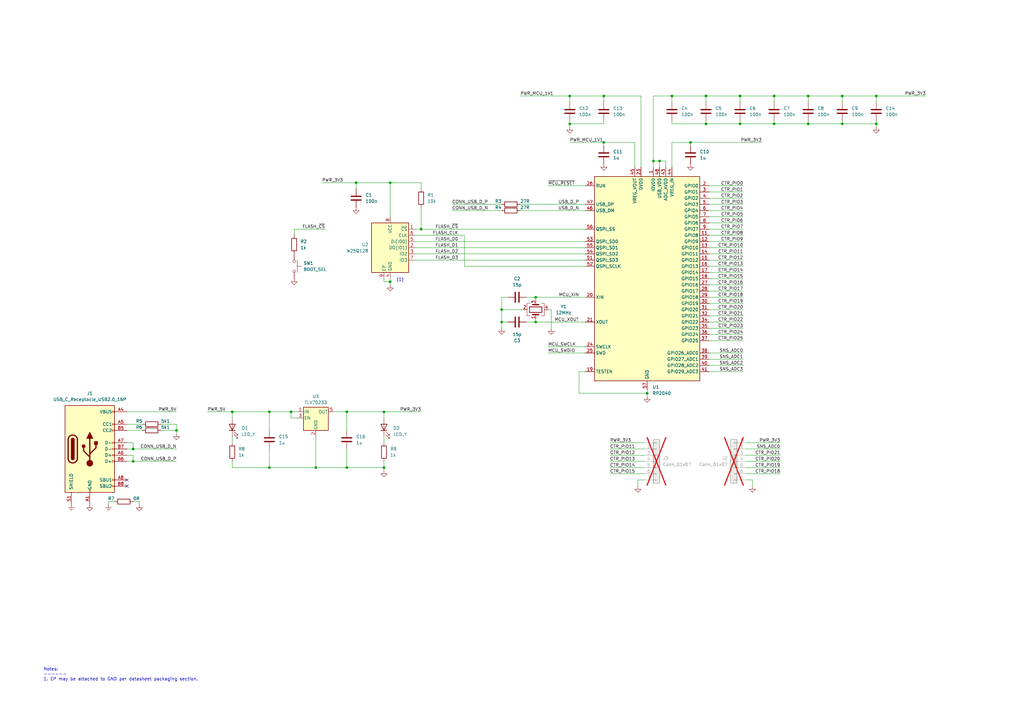
<source format=kicad_sch>
(kicad_sch (version 20230121) (generator eeschema)
  (paper "A3")
  (lib_symbols
    (symbol "Connector:USB_C_Receptacle_USB2.0_16P" (pin_names (offset 1.016))
      (property "Reference" "J" (at 0 22.225 0))
      (property "Value" "USB_C_Receptacle_USB2.0_16P" (at 0 19.685 0))
      (symbol "USB_C_Receptacle_USB2.0_16P_0_0"
        (rectangle (start -0.254 -17.78) (end 0.254 -16.764))
        (rectangle (start 10.16 -14.986) (end 9.144 -15.494))
        (rectangle (start 10.16 -12.446) (end 9.144 -12.954))
        (rectangle (start 10.16 -4.826) (end 9.144 -5.334))
        (rectangle (start 10.16 -2.286) (end 9.144 -2.794))
        (rectangle (start 10.16 0.254) (end 9.144 -0.254))
        (rectangle (start 10.16 2.794) (end 9.144 2.286))
        (rectangle (start 10.16 7.874) (end 9.144 7.366))
        (rectangle (start 10.16 10.414) (end 9.144 9.906))
        (rectangle (start 10.16 15.494) (end 9.144 14.986))
      )
      (symbol "USB_C_Receptacle_USB2.0_16P_0_1"
        (rectangle (start -10.16 17.78) (end 10.16 -17.78) (stroke (width 0.254)) (fill (type background)))
        (arc (start -8.89 -3.81) (mid -6.985 -5.7067) (end -5.08 -3.81) (stroke (width 0.508)))
        (arc (start -7.62 -3.81) (mid -6.985 -4.4423) (end -6.35 -3.81) (stroke (width 0.254)))
        (arc (start -7.62 -3.81) (mid -6.985 -4.4423) (end -6.35 -3.81) (stroke (width 0.254)) (fill (type outline)))
        (rectangle (start -7.62 -3.81) (end -6.35 3.81) (stroke (width 0.254)) (fill (type outline)))
        (arc (start -6.35 3.81) (mid -6.985 4.4423) (end -7.62 3.81) (stroke (width 0.254)))
        (arc (start -6.35 3.81) (mid -6.985 4.4423) (end -7.62 3.81) (stroke (width 0.254)) (fill (type outline)))
        (arc (start -5.08 3.81) (mid -6.985 5.7067) (end -8.89 3.81) (stroke (width 0.508)))
        (circle (center -2.54 1.143) (radius 0.635) (stroke (width 0.254)) (fill (type outline)))
        (circle (center 0 -5.842) (radius 1.27) (fill (type outline)))
        (polyline (pts (xy -8.89 -3.81) (xy -8.89 3.81)) (stroke (width 0.508)))
        (polyline (pts (xy -5.08 3.81) (xy -5.08 -3.81)) (stroke (width 0.508)))
        (polyline (pts (xy 0 -5.842) (xy 0 4.318)) (stroke (width 0.508)))
        (polyline (pts (xy 0 -3.302) (xy -2.54 -0.762) (xy -2.54 0.508)) (stroke (width 0.508)))
        (polyline (pts (xy 0 -2.032) (xy 2.54 0.508) (xy 2.54 1.778)) (stroke (width 0.508)))
        (polyline (pts (xy -1.27 4.318) (xy 0 6.858) (xy 1.27 4.318) (xy -1.27 4.318)) (stroke (width 0.254)) (fill (type outline)))
        (rectangle (start 1.905 1.778) (end 3.175 3.048) (stroke (width 0.254)) (fill (type outline)))
      )
      (symbol "USB_C_Receptacle_USB2.0_16P_1_1"
        (pin passive line (at 0 -22.86 90) (length 5.08) (name "GND") (number "A1"))
        (pin passive line (at 0 -22.86 90) (length 5.08) hide (name "GND") (number "A12"))
        (pin passive line (at 15.24 15.24 180) (length 5.08) (name "VBUS") (number "A4"))
        (pin bidirectional line (at 15.24 10.16 180) (length 5.08) (name "CC1") (number "A5"))
        (pin bidirectional line (at 15.24 -2.54 180) (length 5.08) (name "D+") (number "A6"))
        (pin bidirectional line (at 15.24 2.54 180) (length 5.08) (name "D-") (number "A7"))
        (pin bidirectional line (at 15.24 -12.7 180) (length 5.08) (name "SBU1") (number "A8"))
        (pin passive line (at 15.24 15.24 180) (length 5.08) hide (name "VBUS") (number "A9"))
        (pin passive line (at 0 -22.86 90) (length 5.08) hide (name "GND") (number "B1"))
        (pin passive line (at 0 -22.86 90) (length 5.08) hide (name "GND") (number "B12"))
        (pin passive line (at 15.24 15.24 180) (length 5.08) hide (name "VBUS") (number "B4"))
        (pin bidirectional line (at 15.24 7.62 180) (length 5.08) (name "CC2") (number "B5"))
        (pin bidirectional line (at 15.24 -5.08 180) (length 5.08) (name "D+") (number "B6"))
        (pin bidirectional line (at 15.24 0 180) (length 5.08) (name "D-") (number "B7"))
        (pin bidirectional line (at 15.24 -15.24 180) (length 5.08) (name "SBU2") (number "B8"))
        (pin passive line (at 15.24 15.24 180) (length 5.08) hide (name "VBUS") (number "B9"))
        (pin passive line (at -7.62 -22.86 90) (length 5.08) (name "SHIELD") (number "S1"))
      )
    )
    (symbol "Connector_Generic:Conn_01x07" (pin_names (offset 1.016) hide)
      (property "Reference" "J" (at 0 10.16 0))
      (property "Value" "Conn_01x07" (at 0 -10.16 0))
      (symbol "Conn_01x07_1_1"
        (rectangle (start -1.27 -7.493) (end 0 -7.747) (stroke (width 0.1524)))
        (rectangle (start -1.27 -4.953) (end 0 -5.207) (stroke (width 0.1524)))
        (rectangle (start -1.27 -2.413) (end 0 -2.667) (stroke (width 0.1524)))
        (rectangle (start -1.27 0.127) (end 0 -0.127) (stroke (width 0.1524)))
        (rectangle (start -1.27 2.667) (end 0 2.413) (stroke (width 0.1524)))
        (rectangle (start -1.27 5.207) (end 0 4.953) (stroke (width 0.1524)))
        (rectangle (start -1.27 7.747) (end 0 7.493) (stroke (width 0.1524)))
        (rectangle (start -1.27 8.89) (end 1.27 -8.89) (stroke (width 0.254)) (fill (type background)))
        (pin passive line (at -5.08 7.62 0) (length 3.81) (name "Pin_1") (number "1"))
        (pin passive line (at -5.08 5.08 0) (length 3.81) (name "Pin_2") (number "2"))
        (pin passive line (at -5.08 2.54 0) (length 3.81) (name "Pin_3") (number "3"))
        (pin passive line (at -5.08 0 0) (length 3.81) (name "Pin_4") (number "4"))
        (pin passive line (at -5.08 -2.54 0) (length 3.81) (name "Pin_5") (number "5"))
        (pin passive line (at -5.08 -5.08 0) (length 3.81) (name "Pin_6") (number "6"))
        (pin passive line (at -5.08 -7.62 0) (length 3.81) (name "Pin_7") (number "7"))
      )
    )
    (symbol "Device:C" (pin_numbers hide) (pin_names (offset 0.254))
      (property "Reference" "C" (at 0.635 2.54 0))
      (property "Value" "C" (at 0.635 -2.54 0))
      (symbol "C_0_1"
        (polyline (pts (xy -2.032 -0.762) (xy 2.032 -0.762)) (stroke (width 0.508)))
        (polyline (pts (xy -2.032 0.762) (xy 2.032 0.762)) (stroke (width 0.508)))
      )
      (symbol "C_1_1"
        (pin passive line (at 0 3.81 270) (length 2.794) (name "~") (number "1"))
        (pin passive line (at 0 -3.81 90) (length 2.794) (name "~") (number "2"))
      )
    )
    (symbol "Device:Crystal_GND24" (pin_names (offset 1.016) hide)
      (property "Reference" "Y" (at 3.175 5.08 0))
      (property "Value" "Crystal_GND24" (at 3.175 3.175 0))
      (symbol "Crystal_GND24_0_1"
        (rectangle (start -1.143 2.54) (end 1.143 -2.54) (stroke (width 0.3048)))
        (polyline (pts (xy -2.54 0) (xy -2.032 0)))
        (polyline (pts (xy -2.032 -1.27) (xy -2.032 1.27)) (stroke (width 0.508)))
        (polyline (pts (xy 0 -3.81) (xy 0 -3.556)))
        (polyline (pts (xy 0 3.556) (xy 0 3.81)))
        (polyline (pts (xy 2.032 -1.27) (xy 2.032 1.27)) (stroke (width 0.508)))
        (polyline (pts (xy 2.032 0) (xy 2.54 0)))
        (polyline (pts (xy -2.54 -2.286) (xy -2.54 -3.556) (xy 2.54 -3.556) (xy 2.54 -2.286)))
        (polyline (pts (xy -2.54 2.286) (xy -2.54 3.556) (xy 2.54 3.556) (xy 2.54 2.286)))
      )
      (symbol "Crystal_GND24_1_1"
        (pin passive line (at -3.81 0 0) (length 1.27) (name "1") (number "1"))
        (pin passive line (at 0 5.08 270) (length 1.27) (name "2") (number "2"))
        (pin passive line (at 3.81 0 180) (length 1.27) (name "3") (number "3"))
        (pin passive line (at 0 -5.08 90) (length 1.27) (name "4") (number "4"))
      )
    )
    (symbol "Device:LED" (pin_numbers hide) (pin_names (offset 1.016) hide)
      (property "Reference" "D" (at 0 2.54 0))
      (property "Value" "LED" (at 0 -2.54 0))
      (symbol "LED_0_1"
        (polyline (pts (xy -1.27 -1.27) (xy -1.27 1.27)) (stroke (width 0.254)))
        (polyline (pts (xy -1.27 0) (xy 1.27 0)))
        (polyline (pts (xy 1.27 -1.27) (xy 1.27 1.27) (xy -1.27 0) (xy 1.27 -1.27)) (stroke (width 0.254)))
        (polyline (pts (xy -3.048 -0.762) (xy -4.572 -2.286) (xy -3.81 -2.286) (xy -4.572 -2.286) (xy -4.572 -1.524)))
        (polyline (pts (xy -1.778 -0.762) (xy -3.302 -2.286) (xy -2.54 -2.286) (xy -3.302 -2.286) (xy -3.302 -1.524)))
      )
      (symbol "LED_1_1"
        (pin passive line (at -3.81 0 0) (length 2.54) (name "K") (number "1"))
        (pin passive line (at 3.81 0 180) (length 2.54) (name "A") (number "2"))
      )
    )
    (symbol "Device:R" (pin_numbers hide) (pin_names (offset 0))
      (property "Reference" "R" (at 2.032 0 90))
      (property "Value" "R" (at 0 0 90))
      (symbol "R_0_1"
        (rectangle (start -1.016 -2.54) (end 1.016 2.54) (stroke (width 0.254)))
      )
      (symbol "R_1_1"
        (pin passive line (at 0 3.81 270) (length 1.27) (name "~") (number "1"))
        (pin passive line (at 0 -3.81 90) (length 1.27) (name "~") (number "2"))
      )
    )
    (symbol "MCU_RaspberryPi:RP2040"
      (property "Reference" "U" (at 17.78 45.72 0))
      (property "Value" "RP2040" (at 17.78 43.18 0))
      (symbol "RP2040_0_1"
        (rectangle (start -21.59 41.91) (end 21.59 -41.91) (stroke (width 0.254)) (fill (type background)))
      )
      (symbol "RP2040_1_1"
        (pin power_in line (at 2.54 45.72 270) (length 3.81) (name "IOVDD") (number "1"))
        (pin passive line (at 2.54 45.72 270) (length 3.81) hide (name "IOVDD") (number "10"))
        (pin bidirectional line (at 25.4 17.78 180) (length 3.81) (name "GPIO8") (number "11"))
        (pin bidirectional line (at 25.4 15.24 180) (length 3.81) (name "GPIO9") (number "12"))
        (pin bidirectional line (at 25.4 12.7 180) (length 3.81) (name "GPIO10") (number "13"))
        (pin bidirectional line (at 25.4 10.16 180) (length 3.81) (name "GPIO11") (number "14"))
        (pin bidirectional line (at 25.4 7.62 180) (length 3.81) (name "GPIO12") (number "15"))
        (pin bidirectional line (at 25.4 5.08 180) (length 3.81) (name "GPIO13") (number "16"))
        (pin bidirectional line (at 25.4 2.54 180) (length 3.81) (name "GPIO14") (number "17"))
        (pin bidirectional line (at 25.4 0 180) (length 3.81) (name "GPIO15") (number "18"))
        (pin input line (at -25.4 -38.1 0) (length 3.81) (name "TESTEN") (number "19"))
        (pin bidirectional line (at 25.4 38.1 180) (length 3.81) (name "GPIO0") (number "2"))
        (pin input line (at -25.4 -7.62 0) (length 3.81) (name "XIN") (number "20"))
        (pin passive line (at -25.4 -17.78 0) (length 3.81) (name "XOUT") (number "21"))
        (pin passive line (at 2.54 45.72 270) (length 3.81) hide (name "IOVDD") (number "22"))
        (pin power_in line (at -2.54 45.72 270) (length 3.81) (name "DVDD") (number "23"))
        (pin input line (at -25.4 -27.94 0) (length 3.81) (name "SWCLK") (number "24"))
        (pin bidirectional line (at -25.4 -30.48 0) (length 3.81) (name "SWD") (number "25"))
        (pin input line (at -25.4 38.1 0) (length 3.81) (name "RUN") (number "26"))
        (pin bidirectional line (at 25.4 -2.54 180) (length 3.81) (name "GPIO16") (number "27"))
        (pin bidirectional line (at 25.4 -5.08 180) (length 3.81) (name "GPIO17") (number "28"))
        (pin bidirectional line (at 25.4 -7.62 180) (length 3.81) (name "GPIO18") (number "29"))
        (pin bidirectional line (at 25.4 35.56 180) (length 3.81) (name "GPIO1") (number "3"))
        (pin bidirectional line (at 25.4 -10.16 180) (length 3.81) (name "GPIO19") (number "30"))
        (pin bidirectional line (at 25.4 -12.7 180) (length 3.81) (name "GPIO20") (number "31"))
        (pin bidirectional line (at 25.4 -15.24 180) (length 3.81) (name "GPIO21") (number "32"))
        (pin passive line (at 2.54 45.72 270) (length 3.81) hide (name "IOVDD") (number "33"))
        (pin bidirectional line (at 25.4 -17.78 180) (length 3.81) (name "GPIO22") (number "34"))
        (pin bidirectional line (at 25.4 -20.32 180) (length 3.81) (name "GPIO23") (number "35"))
        (pin bidirectional line (at 25.4 -22.86 180) (length 3.81) (name "GPIO24") (number "36"))
        (pin bidirectional line (at 25.4 -25.4 180) (length 3.81) (name "GPIO25") (number "37"))
        (pin bidirectional line (at 25.4 -30.48 180) (length 3.81) (name "GPIO26_ADC0") (number "38"))
        (pin bidirectional line (at 25.4 -33.02 180) (length 3.81) (name "GPIO27_ADC1") (number "39"))
        (pin bidirectional line (at 25.4 33.02 180) (length 3.81) (name "GPIO2") (number "4"))
        (pin bidirectional line (at 25.4 -35.56 180) (length 3.81) (name "GPIO28_ADC2") (number "40"))
        (pin bidirectional line (at 25.4 -38.1 180) (length 3.81) (name "GPIO29_ADC3") (number "41"))
        (pin passive line (at 2.54 45.72 270) (length 3.81) hide (name "IOVDD") (number "42"))
        (pin power_in line (at 7.62 45.72 270) (length 3.81) (name "ADC_AVDD") (number "43"))
        (pin power_in line (at 10.16 45.72 270) (length 3.81) (name "VREG_IN") (number "44"))
        (pin power_out line (at -5.08 45.72 270) (length 3.81) (name "VREG_VOUT") (number "45"))
        (pin bidirectional line (at -25.4 27.94 0) (length 3.81) (name "USB_DM") (number "46"))
        (pin bidirectional line (at -25.4 30.48 0) (length 3.81) (name "USB_DP") (number "47"))
        (pin power_in line (at 5.08 45.72 270) (length 3.81) (name "USB_VDD") (number "48"))
        (pin passive line (at 2.54 45.72 270) (length 3.81) hide (name "IOVDD") (number "49"))
        (pin bidirectional line (at 25.4 30.48 180) (length 3.81) (name "GPIO3") (number "5"))
        (pin passive line (at -2.54 45.72 270) (length 3.81) hide (name "DVDD") (number "50"))
        (pin bidirectional line (at -25.4 7.62 0) (length 3.81) (name "QSPI_SD3") (number "51"))
        (pin output line (at -25.4 5.08 0) (length 3.81) (name "QSPI_SCLK") (number "52"))
        (pin bidirectional line (at -25.4 15.24 0) (length 3.81) (name "QSPI_SD0") (number "53"))
        (pin bidirectional line (at -25.4 10.16 0) (length 3.81) (name "QSPI_SD2") (number "54"))
        (pin bidirectional line (at -25.4 12.7 0) (length 3.81) (name "QSPI_SD1") (number "55"))
        (pin bidirectional line (at -25.4 20.32 0) (length 3.81) (name "QSPI_SS") (number "56"))
        (pin power_in line (at 0 -45.72 90) (length 3.81) (name "GND") (number "57"))
        (pin bidirectional line (at 25.4 27.94 180) (length 3.81) (name "GPIO4") (number "6"))
        (pin bidirectional line (at 25.4 25.4 180) (length 3.81) (name "GPIO5") (number "7"))
        (pin bidirectional line (at 25.4 22.86 180) (length 3.81) (name "GPIO6") (number "8"))
        (pin bidirectional line (at 25.4 20.32 180) (length 3.81) (name "GPIO7") (number "9"))
      )
    )
    (symbol "Memory_Flash:W25Q32JVZP"
      (property "Reference" "U" (at -6.35 11.43 0))
      (property "Value" "W25Q32JVZP" (at 7.62 11.43 0))
      (symbol "W25Q32JVZP_0_1"
        (rectangle (start -7.62 10.16) (end 7.62 -10.16) (stroke (width 0.254)) (fill (type background)))
      )
      (symbol "W25Q32JVZP_1_1"
        (pin input line (at -10.16 7.62 0) (length 2.54) (name "~{CS}") (number "1"))
        (pin bidirectional line (at -10.16 0 0) (length 2.54) (name "DO(IO1)") (number "2"))
        (pin bidirectional line (at -10.16 -2.54 0) (length 2.54) (name "IO2") (number "3"))
        (pin power_in line (at 0 -12.7 90) (length 2.54) (name "GND") (number "4"))
        (pin bidirectional line (at -10.16 2.54 0) (length 2.54) (name "DI(IO0)") (number "5"))
        (pin input line (at -10.16 5.08 0) (length 2.54) (name "CLK") (number "6"))
        (pin bidirectional line (at -10.16 -5.08 0) (length 2.54) (name "IO3") (number "7"))
        (pin power_in line (at 0 12.7 270) (length 2.54) (name "VCC") (number "8"))
        (pin passive line (at 2.54 -12.7 90) (length 2.54) (name "EP") (number "9"))
      )
    )
    (symbol "Regulator_Linear:TLV70233_SOT23-5" (pin_names (offset 0.254))
      (property "Reference" "U" (at -3.81 5.715 0))
      (property "Value" "TLV70233_SOT23-5" (at 0 5.715 0))
      (symbol "TLV70233_SOT23-5_0_1"
        (rectangle (start -5.08 4.445) (end 5.08 -5.08) (stroke (width 0.254)) (fill (type background)))
      )
      (symbol "TLV70233_SOT23-5_1_1"
        (pin power_in line (at -7.62 2.54 0) (length 2.54) (name "IN") (number "1"))
        (pin power_in line (at 0 -7.62 90) (length 2.54) (name "GND") (number "2"))
        (pin input line (at -7.62 0 0) (length 2.54) (name "EN") (number "3"))
        (pin no_connect line (at 5.08 0 180) (length 2.54) hide (name "NC") (number "4"))
        (pin power_out line (at 7.62 2.54 180) (length 2.54) (name "OUT") (number "5"))
      )
    )
    (symbol "Switch:SW_Push" (pin_numbers hide) (pin_names (offset 1.016) hide)
      (property "Reference" "SW" (at 1.27 2.54 0))
      (property "Value" "SW_Push" (at 0 -1.524 0))
      (symbol "SW_Push_0_1"
        (circle (center -2.032 0) (radius 0.508))
        (polyline (pts (xy 0 1.27) (xy 0 3.048)))
        (polyline (pts (xy 2.54 1.27) (xy -2.54 1.27)))
        (circle (center 2.032 0) (radius 0.508))
        (pin passive line (at -5.08 0 0) (length 2.54) (name "1") (number "1"))
        (pin passive line (at 5.08 0 180) (length 2.54) (name "2") (number "2"))
      )
    )
    (symbol "power:Earth" (power) (pin_names (offset 0))
      (symbol "Earth_0_1"
        (polyline (pts (xy -0.635 -1.905) (xy 0.635 -1.905)))
        (polyline (pts (xy -0.127 -2.54) (xy 0.127 -2.54)))
        (polyline (pts (xy 0 -1.27) (xy 0 0)))
        (polyline (pts (xy 1.27 -1.27) (xy -1.27 -1.27)))
      )
      (symbol "Earth_1_1"
        (pin power_in line (at 0 0 270) (length 0) hide (name "Earth") (number "1"))
      )
    )
    (symbol "power:GND" (power) (pin_names (offset 0))
      (property "Value" "GND" (at 0 -3.81 0))
      (symbol "GND_0_1"
        (polyline (pts (xy 0 0) (xy 0 -1.27) (xy 1.27 -1.27) (xy 0 -2.54) (xy -1.27 -1.27) (xy 0 -1.27)))
      )
      (symbol "GND_1_1"
        (pin power_in line (at 0 0 270) (length 0) hide (name "GND") (number "1"))
      )
    )
  )
  (junction (at 205.74 132.08))
  (junction (at 219.71 121.92))
  (junction (at 317.5 50.8))
  (junction (at 283.21 58.42))
  (junction (at 205.74 127))
  (junction (at 345.44 50.8))
  (junction (at 110.49 168.91))
  (junction (at 219.71 132.08))
  (junction (at 289.56 39.37))
  (junction (at 233.68 50.8))
  (junction (at 160.02 115.57))
  (junction (at 345.44 39.37))
  (junction (at 142.24 168.91))
  (junction (at 270.51 66.04))
  (junction (at 110.49 191.77))
  (junction (at 119.38 168.91))
  (junction (at 129.54 191.77))
  (junction (at 160.02 74.93))
  (junction (at 289.56 50.8))
  (junction (at 95.25 168.91))
  (junction (at 172.72 93.98))
  (junction (at 54.61 184.15))
  (junction (at 275.59 39.37))
  (junction (at 265.43 161.29))
  (junction (at 359.41 50.8))
  (junction (at 72.39 176.53))
  (junction (at 267.97 66.04))
  (junction (at 157.48 168.91))
  (junction (at 54.61 189.23))
  (junction (at 331.47 50.8))
  (junction (at 146.05 74.93))
  (junction (at 157.48 191.77))
  (junction (at 359.41 39.37))
  (junction (at 317.5 39.37))
  (junction (at 303.53 50.8))
  (junction (at 303.53 39.37))
  (junction (at 247.65 58.42))
  (junction (at 247.65 39.37))
  (junction (at 233.68 39.37))
  (junction (at 331.47 39.37))
  (junction (at 142.24 191.77))
  (no_connect (at 52.07 196.85))
  (no_connect (at 52.07 199.39))
  (wire (pts (xy 290.83 93.98) (xy 304.8 93.98)))
  (wire (pts (xy 170.18 99.06) (xy 240.03 99.06)))
  (wire (pts (xy 52.07 189.23) (xy 54.61 189.23)))
  (wire (pts (xy 142.24 168.91) (xy 157.48 168.91)))
  (wire (pts (xy 303.53 39.37) (xy 317.5 39.37)))
  (wire (pts (xy 290.83 104.14) (xy 304.8 104.14)))
  (wire (pts (xy 172.72 74.93) (xy 172.72 77.47)))
  (wire (pts (xy 267.97 66.04) (xy 267.97 39.37)))
  (wire (pts (xy 146.05 74.93) (xy 160.02 74.93)))
  (wire (pts (xy 290.83 99.06) (xy 304.8 99.06)))
  (wire (pts (xy 233.68 58.42) (xy 247.65 58.42)))
  (wire (pts (xy 290.83 78.74) (xy 304.8 78.74)))
  (wire (pts (xy 66.04 173.99) (xy 72.39 173.99)))
  (wire (pts (xy 213.36 83.82) (xy 240.03 83.82)))
  (wire (pts (xy 250.19 181.61) (xy 264.16 181.61)))
  (wire (pts (xy 306.07 194.31) (xy 320.04 194.31)))
  (wire (pts (xy 52.07 186.69) (xy 54.61 186.69)))
  (wire (pts (xy 224.79 144.78) (xy 240.03 144.78)))
  (wire (pts (xy 157.48 191.77) (xy 157.48 193.04)))
  (wire (pts (xy 85.09 168.91) (xy 95.25 168.91)))
  (wire (pts (xy 170.18 104.14) (xy 240.03 104.14)))
  (wire (pts (xy 247.65 50.8) (xy 233.68 50.8)))
  (wire (pts (xy 345.44 49.53) (xy 345.44 50.8)))
  (wire (pts (xy 290.83 124.46) (xy 304.8 124.46)))
  (wire (pts (xy 265.43 161.29) (xy 265.43 160.02)))
  (wire (pts (xy 250.19 186.69) (xy 264.16 186.69)))
  (wire (pts (xy 275.59 68.58) (xy 275.59 58.42)))
  (wire (pts (xy 290.83 101.6) (xy 304.8 101.6)))
  (wire (pts (xy 170.18 93.98) (xy 172.72 93.98)))
  (wire (pts (xy 219.71 132.08) (xy 219.71 130.81)))
  (wire (pts (xy 275.59 50.8) (xy 289.56 50.8)))
  (wire (pts (xy 213.36 39.37) (xy 233.68 39.37)))
  (wire (pts (xy 54.61 184.15) (xy 72.39 184.15)))
  (wire (pts (xy 308.61 196.85) (xy 306.07 196.85)))
  (wire (pts (xy 290.83 147.32) (xy 304.8 147.32)))
  (wire (pts (xy 267.97 39.37) (xy 275.59 39.37)))
  (wire (pts (xy 215.9 121.92) (xy 219.71 121.92)))
  (wire (pts (xy 110.49 184.15) (xy 110.49 191.77)))
  (wire (pts (xy 290.83 96.52) (xy 304.8 96.52)))
  (wire (pts (xy 320.04 181.61) (xy 306.07 181.61)))
  (wire (pts (xy 110.49 168.91) (xy 110.49 176.53)))
  (wire (pts (xy 289.56 41.91) (xy 289.56 39.37)))
  (wire (pts (xy 345.44 39.37) (xy 359.41 39.37)))
  (wire (pts (xy 290.83 137.16) (xy 304.8 137.16)))
  (wire (pts (xy 289.56 39.37) (xy 303.53 39.37)))
  (wire (pts (xy 119.38 168.91) (xy 121.92 168.91)))
  (wire (pts (xy 273.05 66.04) (xy 273.05 68.58)))
  (wire (pts (xy 72.39 176.53) (xy 66.04 176.53)))
  (wire (pts (xy 290.83 83.82) (xy 304.8 83.82)))
  (wire (pts (xy 290.83 144.78) (xy 304.8 144.78)))
  (wire (pts (xy 208.28 132.08) (xy 205.74 132.08)))
  (wire (pts (xy 157.48 189.23) (xy 157.48 191.77)))
  (wire (pts (xy 345.44 41.91) (xy 345.44 39.37)))
  (wire (pts (xy 95.25 189.23) (xy 95.25 191.77)))
  (wire (pts (xy 132.08 74.93) (xy 146.05 74.93)))
  (wire (pts (xy 250.19 184.15) (xy 264.16 184.15)))
  (wire (pts (xy 275.59 58.42) (xy 283.21 58.42)))
  (wire (pts (xy 345.44 50.8) (xy 359.41 50.8)))
  (wire (pts (xy 331.47 49.53) (xy 331.47 50.8)))
  (wire (pts (xy 270.51 66.04) (xy 270.51 68.58)))
  (wire (pts (xy 237.49 152.4) (xy 237.49 161.29)))
  (wire (pts (xy 54.61 186.69) (xy 54.61 189.23)))
  (wire (pts (xy 247.65 39.37) (xy 247.65 41.91)))
  (wire (pts (xy 260.35 58.42) (xy 247.65 58.42)))
  (wire (pts (xy 157.48 114.3) (xy 157.48 115.57)))
  (wire (pts (xy 290.83 116.84) (xy 304.8 116.84)))
  (wire (pts (xy 264.16 194.31) (xy 250.19 194.31)))
  (wire (pts (xy 317.5 39.37) (xy 331.47 39.37)))
  (wire (pts (xy 205.74 127) (xy 214.63 127)))
  (wire (pts (xy 306.07 189.23) (xy 320.04 189.23)))
  (wire (pts (xy 283.21 58.42) (xy 312.42 58.42)))
  (wire (pts (xy 157.48 191.77) (xy 142.24 191.77)))
  (wire (pts (xy 160.02 74.93) (xy 172.72 74.93)))
  (wire (pts (xy 317.5 50.8) (xy 331.47 50.8)))
  (wire (pts (xy 289.56 50.8) (xy 303.53 50.8)))
  (wire (pts (xy 137.16 168.91) (xy 142.24 168.91)))
  (wire (pts (xy 52.07 176.53) (xy 58.42 176.53)))
  (wire (pts (xy 233.68 50.8) (xy 233.68 52.07)))
  (wire (pts (xy 170.18 106.68) (xy 240.03 106.68)))
  (wire (pts (xy 226.06 134.62) (xy 226.06 127)))
  (wire (pts (xy 185.42 83.82) (xy 205.74 83.82)))
  (wire (pts (xy 267.97 68.58) (xy 267.97 66.04)))
  (wire (pts (xy 331.47 39.37) (xy 331.47 41.91)))
  (wire (pts (xy 160.02 74.93) (xy 160.02 88.9)))
  (wire (pts (xy 290.83 114.3) (xy 304.8 114.3)))
  (wire (pts (xy 283.21 58.42) (xy 283.21 59.69)))
  (wire (pts (xy 359.41 39.37) (xy 379.73 39.37)))
  (wire (pts (xy 290.83 129.54) (xy 304.8 129.54)))
  (wire (pts (xy 289.56 49.53) (xy 289.56 50.8)))
  (wire (pts (xy 290.83 111.76) (xy 304.8 111.76)))
  (wire (pts (xy 133.35 93.98) (xy 120.65 93.98)))
  (wire (pts (xy 219.71 121.92) (xy 219.71 123.19)))
  (wire (pts (xy 247.65 49.53) (xy 247.65 50.8)))
  (wire (pts (xy 262.89 68.58) (xy 262.89 39.37)))
  (wire (pts (xy 146.05 74.93) (xy 146.05 77.47)))
  (wire (pts (xy 190.5 96.52) (xy 190.5 109.22)))
  (wire (pts (xy 331.47 39.37) (xy 345.44 39.37)))
  (wire (pts (xy 267.97 66.04) (xy 270.51 66.04)))
  (wire (pts (xy 331.47 50.8) (xy 345.44 50.8)))
  (wire (pts (xy 306.07 184.15) (xy 320.04 184.15)))
  (wire (pts (xy 142.24 168.91) (xy 142.24 176.53)))
  (wire (pts (xy 275.59 41.91) (xy 275.59 39.37)))
  (wire (pts (xy 57.15 205.74) (xy 54.61 205.74)))
  (wire (pts (xy 306.07 186.69) (xy 320.04 186.69)))
  (wire (pts (xy 95.25 168.91) (xy 110.49 168.91)))
  (wire (pts (xy 270.51 66.04) (xy 273.05 66.04)))
  (wire (pts (xy 157.48 168.91) (xy 172.72 168.91)))
  (wire (pts (xy 160.02 114.3) (xy 160.02 115.57)))
  (wire (pts (xy 290.83 86.36) (xy 304.8 86.36)))
  (wire (pts (xy 110.49 191.77) (xy 129.54 191.77)))
  (wire (pts (xy 290.83 134.62) (xy 304.8 134.62)))
  (wire (pts (xy 95.25 191.77) (xy 110.49 191.77)))
  (wire (pts (xy 215.9 132.08) (xy 219.71 132.08)))
  (wire (pts (xy 306.07 191.77) (xy 320.04 191.77)))
  (wire (pts (xy 52.07 168.91) (xy 72.39 168.91)))
  (wire (pts (xy 275.59 49.53) (xy 275.59 50.8)))
  (wire (pts (xy 303.53 49.53) (xy 303.53 50.8)))
  (wire (pts (xy 160.02 116.84) (xy 160.02 115.57)))
  (wire (pts (xy 290.83 152.4) (xy 304.8 152.4)))
  (wire (pts (xy 290.83 81.28) (xy 304.8 81.28)))
  (wire (pts (xy 247.65 58.42) (xy 247.65 59.69)))
  (wire (pts (xy 290.83 88.9) (xy 304.8 88.9)))
  (wire (pts (xy 262.89 39.37) (xy 247.65 39.37)))
  (wire (pts (xy 265.43 162.56) (xy 265.43 161.29)))
  (wire (pts (xy 290.83 91.44) (xy 304.8 91.44)))
  (wire (pts (xy 317.5 39.37) (xy 317.5 41.91)))
  (wire (pts (xy 172.72 85.09) (xy 172.72 93.98)))
  (wire (pts (xy 219.71 132.08) (xy 240.03 132.08)))
  (wire (pts (xy 359.41 50.8) (xy 359.41 52.07)))
  (wire (pts (xy 290.83 106.68) (xy 304.8 106.68)))
  (wire (pts (xy 142.24 184.15) (xy 142.24 191.77)))
  (wire (pts (xy 172.72 93.98) (xy 240.03 93.98)))
  (wire (pts (xy 261.62 196.85) (xy 264.16 196.85)))
  (wire (pts (xy 233.68 50.8) (xy 233.68 49.53)))
  (wire (pts (xy 205.74 132.08) (xy 205.74 127)))
  (wire (pts (xy 290.83 139.7) (xy 304.8 139.7)))
  (wire (pts (xy 237.49 152.4) (xy 240.03 152.4)))
  (wire (pts (xy 261.62 199.39) (xy 261.62 196.85)))
  (wire (pts (xy 205.74 132.08) (xy 205.74 134.62)))
  (wire (pts (xy 52.07 173.99) (xy 58.42 173.99)))
  (wire (pts (xy 160.02 115.57) (xy 157.48 115.57)))
  (wire (pts (xy 129.54 179.07) (xy 129.54 191.77)))
  (wire (pts (xy 264.16 189.23) (xy 250.19 189.23)))
  (wire (pts (xy 170.18 101.6) (xy 240.03 101.6)))
  (wire (pts (xy 247.65 39.37) (xy 233.68 39.37)))
  (wire (pts (xy 54.61 181.61) (xy 54.61 184.15)))
  (wire (pts (xy 290.83 149.86) (xy 304.8 149.86)))
  (wire (pts (xy 95.25 168.91) (xy 95.25 171.45)))
  (wire (pts (xy 54.61 189.23) (xy 72.39 189.23)))
  (wire (pts (xy 264.16 191.77) (xy 250.19 191.77)))
  (wire (pts (xy 52.07 181.61) (xy 54.61 181.61)))
  (wire (pts (xy 57.15 207.01) (xy 57.15 205.74)))
  (wire (pts (xy 308.61 199.39) (xy 308.61 196.85)))
  (wire (pts (xy 224.79 142.24) (xy 240.03 142.24)))
  (wire (pts (xy 290.83 119.38) (xy 304.8 119.38)))
  (wire (pts (xy 157.48 179.07) (xy 157.48 181.61)))
  (wire (pts (xy 290.83 127) (xy 304.8 127)))
  (wire (pts (xy 219.71 121.92) (xy 240.03 121.92)))
  (wire (pts (xy 44.45 207.01) (xy 44.45 205.74)))
  (wire (pts (xy 260.35 68.58) (xy 260.35 58.42)))
  (wire (pts (xy 290.83 132.08) (xy 304.8 132.08)))
  (wire (pts (xy 303.53 50.8) (xy 317.5 50.8)))
  (wire (pts (xy 157.48 168.91) (xy 157.48 171.45)))
  (wire (pts (xy 72.39 173.99) (xy 72.39 176.53)))
  (wire (pts (xy 121.92 171.45) (xy 119.38 171.45)))
  (wire (pts (xy 142.24 191.77) (xy 129.54 191.77)))
  (wire (pts (xy 110.49 168.91) (xy 119.38 168.91)))
  (wire (pts (xy 170.18 96.52) (xy 190.5 96.52)))
  (wire (pts (xy 359.41 49.53) (xy 359.41 50.8)))
  (wire (pts (xy 95.25 179.07) (xy 95.25 181.61)))
  (wire (pts (xy 213.36 86.36) (xy 240.03 86.36)))
  (wire (pts (xy 226.06 127) (xy 224.79 127)))
  (wire (pts (xy 317.5 49.53) (xy 317.5 50.8)))
  (wire (pts (xy 72.39 177.8) (xy 72.39 176.53)))
  (wire (pts (xy 303.53 39.37) (xy 303.53 41.91)))
  (wire (pts (xy 190.5 109.22) (xy 240.03 109.22)))
  (wire (pts (xy 359.41 39.37) (xy 359.41 41.91)))
  (wire (pts (xy 290.83 121.92) (xy 304.8 121.92)))
  (wire (pts (xy 224.79 76.2) (xy 240.03 76.2)))
  (wire (pts (xy 205.74 121.92) (xy 208.28 121.92)))
  (wire (pts (xy 52.07 184.15) (xy 54.61 184.15)))
  (wire (pts (xy 290.83 76.2) (xy 304.8 76.2)))
  (wire (pts (xy 205.74 127) (xy 205.74 121.92)))
  (wire (pts (xy 119.38 171.45) (xy 119.38 168.91)))
  (wire (pts (xy 233.68 39.37) (xy 233.68 41.91)))
  (wire (pts (xy 237.49 161.29) (xy 265.43 161.29)))
  (wire (pts (xy 185.42 86.36) (xy 205.74 86.36)))
  (wire (pts (xy 290.83 109.22) (xy 304.8 109.22)))
  (wire (pts (xy 120.65 93.98) (xy 120.65 96.52)))
  (wire (pts (xy 44.45 205.74) (xy 46.99 205.74)))
  (wire (pts (xy 275.59 39.37) (xy 289.56 39.37)))
  (text "Notes:\n------\n1. EP may be attached to GND per datasheet packaging section." (at 17.78 279.4 0) (effects (font (size 1.27 1.27)) (justify left bottom)))
  (text "(1)" (at 162.56 115.57 0) (effects (font (size 1.27 1.27)) (justify left bottom)))
  (label "MCU_XIN" (at 237.49 121.92 180))
  (label "CTR_PIO15" (at 304.8 114.3 180))
  (label "CTR_PIO22" (at 304.8 132.08 180))
  (label "CTR_PIO5" (at 304.8 88.9 180))
  (label "CTR_PIO19" (at 320.04 191.77 180))
  (label "CTR_PIO10" (at 304.8 101.6 180))
  (label "CTR_PIO16" (at 304.8 116.84 180))
  (label "PWR_5V" (at 72.39 168.91 180))
  (label "FLASH_~{CS}" (at 187.96 93.98 180))
  (label "MCU_SWCLK" (at 224.79 142.24 0))
  (label "FLASH_~{CS}" (at 133.35 93.98 180))
  (label "PWR_3V3" (at 172.72 168.91 180))
  (label "PWR_3V3" (at 320.04 181.61 180))
  (label "MCU_SWDIO" (at 224.79 144.78 0))
  (label "CTR_PIO2" (at 304.8 81.28 180))
  (label "CTR_PIO3" (at 304.8 83.82 180))
  (label "CTR_PIO13" (at 250.19 189.23 0))
  (label "FLASH_CLK" (at 187.96 96.52 180))
  (label "CTR_PIO4" (at 304.8 86.36 180))
  (label "CONN_USB_D_N" (at 185.42 86.36 0))
  (label "CTR_PIO21" (at 304.8 129.54 180))
  (label "CONN_USB_D_P" (at 185.42 83.82 0))
  (label "CONN_USB_D_P" (at 72.39 189.23 180))
  (label "SNS_ADC2" (at 304.8 149.86 180))
  (label "CTR_PIO1" (at 304.8 78.74 180))
  (label "CTR_PIO20" (at 304.8 127 180))
  (label "CTR_PIO19" (at 304.8 124.46 180))
  (label "CTR_PIO11" (at 304.8 104.14 180))
  (label "CTR_PIO8" (at 304.8 96.52 180))
  (label "PWR_3V3" (at 132.08 74.93 0))
  (label "CTR_PIO7" (at 304.8 93.98 180))
  (label "CTR_PIO18" (at 304.8 121.92 180))
  (label "CTR_PIO18" (at 320.04 194.31 180))
  (label "CTR_PIO24" (at 304.8 137.16 180))
  (label "CTR_PIO9" (at 304.8 99.06 180))
  (label "CTR_PIO6" (at 304.8 91.44 180))
  (label "CTR_PIO15" (at 250.19 194.31 0))
  (label "PWR_MCU_1V1" (at 233.68 58.42 0))
  (label "CTR_PIO14" (at 304.8 111.76 180))
  (label "PWR_3V3" (at 250.19 181.61 0))
  (label "CTR_PIO25" (at 304.8 139.7 180))
  (label "CTR_PIO0" (at 304.8 76.2 180))
  (label "SNS_ADC0" (at 320.04 184.15 180))
  (label "FLASH_D3" (at 187.96 106.68 180))
  (label "CTR_PIO13" (at 304.8 109.22 180))
  (label "PWR_3V3" (at 379.73 39.37 180))
  (label "PWR_3V3" (at 312.42 58.42 180))
  (label "FLASH_D0" (at 187.96 99.06 180))
  (label "PWR_MCU_1V1" (at 213.36 39.37 0))
  (label "CTR_PIO12" (at 304.8 106.68 180))
  (label "CTR_PIO21" (at 320.04 186.69 180))
  (label "SNS_ADC0" (at 304.8 144.78 180))
  (label "MCU_XOUT" (at 237.49 132.08 180))
  (label "SNS_ADC3" (at 304.8 152.4 180))
  (label "PWR_5V" (at 85.09 168.91 0))
  (label "USB_D_N" (at 237.49 86.36 180))
  (label "CTR_PIO17" (at 304.8 119.38 180))
  (label "CTR_PIO11" (at 250.19 184.15 0))
  (label "CTR_PIO23" (at 304.8 134.62 180))
  (label "FLASH_D2" (at 187.96 104.14 180))
  (label "CTR_PIO12" (at 250.19 186.69 0))
  (label "~{MCU_RESET}" (at 224.79 76.2 0))
  (label "FLASH_D1" (at 187.96 101.6 180))
  (label "SNS_ADC1" (at 304.8 147.32 180))
  (label "USB_D_P" (at 237.49 83.82 180))
  (label "CONN_USB_D_N" (at 72.39 184.15 180))
  (label "CTR_PIO14" (at 250.19 191.77 0))
  (label "CTR_PIO20" (at 320.04 189.23 180))
  (symbol (lib_id "Device:C") (at 317.5 45.72 0) (unit 1)
    (property "Reference" "C7" (at 321.31 44.45 0) (effects (justify left)))
    (property "Value" "100n" (at 321.31 46.99 0) (effects (justify left)))
    (property "Footprint" "Capacitor_SMD:C_0603_1608Metric" (effects hide))
    (property "Manufacturer" "Yageo" (effects hide))
    (property "Manufacturer PN" "CC0603KRX7R9BB104" (effects hide))
    (property "Supplier" "JLCPCB" (effects hide))
    (property "Supplier PN" "C14663" (effects hide))
  )
  (symbol (lib_id "Device:C") (at 110.49 180.34 0) (unit 1)
    (property "Reference" "C15" (at 114.3 179.07 0) (effects (justify left)))
    (property "Value" "1u" (at 114.3 181.61 0) (effects (justify left)))
    (property "Footprint" "Capacitor_SMD:C_0603_1608Metric" (effects hide))
    (property "Manufacturer" "Yageo" (effects hide))
    (property "Manufacturer PN" "CC0603KRX7R9BB105" (effects hide))
    (property "Supplier" "JLCPCB" (effects hide))
    (property "Supplier PN" "C559769" (effects hide))
  )
  (symbol (lib_id "power:GND") (at 261.62 199.39 0) (unit 1)
    (property "Reference" "#PWR015" (effects hide))
    (property "Value" "GND" (effects hide))
  )
  (symbol (lib_id "power:GND") (at 283.21 67.31 0) (unit 1)
    (property "Reference" "#PWR08" (effects hide))
    (property "Value" "GND" (effects hide))
  )
  (symbol (lib_id "Device:C") (at 345.44 45.72 0) (unit 1)
    (property "Reference" "C9" (at 349.25 44.45 0) (effects (justify left)))
    (property "Value" "100n" (at 349.25 46.99 0) (effects (justify left)))
    (property "Footprint" "Capacitor_SMD:C_0603_1608Metric" (effects hide))
    (property "Manufacturer" "Yageo" (effects hide))
    (property "Manufacturer PN" "CC0603KRX7R9BB104" (effects hide))
    (property "Supplier" "JLCPCB" (effects hide))
    (property "Supplier PN" "C14663" (effects hide))
  )
  (symbol (lib_id "power:GND") (at 36.83 207.01 0) (unit 1)
    (property "Reference" "#PWR010" (effects hide))
    (property "Value" "GND" (effects hide))
  )
  (symbol (lib_id "power:GND") (at 160.02 116.84 0) (unit 1)
    (property "Reference" "#PWR02" (effects hide))
    (property "Value" "GND" (effects hide))
  )
  (symbol (lib_id "Connector_Generic:Conn_01x07") (at 269.24 189.23 0) (unit 1) (dnp yes)
    (property "Reference" "J3" (at 271.78 187.96 0) (effects (justify left)))
    (property "Value" "Conn_01x07" (at 271.78 190.5 0) (effects (justify left)))
    (property "Footprint" "Connector_PinHeader_2.54mm:PinHeader_1x07_P2.54mm_Vertical" (effects hide))
  )
  (symbol (lib_id "Device:R") (at 120.65 100.33 180) (unit 1)
    (property "Reference" "R2" (at 123.19 99.06 0) (effects (justify right)))
    (property "Value" "1k" (at 123.19 101.6 0) (effects (justify right)))
    (property "Footprint" "Resistor_SMD:R_0603_1608Metric" (effects hide))
    (property "Manufacturer" "Uni-Royal" (effects hide))
    (property "Manufacturer PN" "0603WAF1001T5E" (effects hide))
    (property "Supplier" "JLCPCB" (effects hide))
    (property "Supplier PN" "C21190" (effects hide))
  )
  (symbol (lib_id "Device:R") (at 172.72 81.28 0) (unit 1)
    (property "Reference" "R1" (at 175.26 80.01 0) (effects (justify left)))
    (property "Value" "10k" (at 175.26 82.55 0) (effects (justify left)))
    (property "Footprint" "Resistor_SMD:R_0603_1608Metric" (effects hide))
    (property "Manufacturer" "Uni-Royal" (effects hide))
    (property "Manufacturer PN" "0603WAF1002T5E" (effects hide))
    (property "Supplier" "JLCPCB" (effects hide))
    (property "Supplier PN" "C25804" (effects hide))
  )
  (symbol (lib_id "power:GND") (at 157.48 193.04 0) (unit 1)
    (property "Reference" "#PWR014" (effects hide))
    (property "Value" "GND" (effects hide))
  )
  (symbol (lib_id "Device:LED") (at 157.48 175.26 90) (unit 1)
    (property "Reference" "D2" (at 161.29 175.5775 90) (effects (justify right)))
    (property "Value" "LED_Y" (at 161.29 178.1175 90) (effects (justify right)))
    (property "Footprint" "LED_SMD:LED_0603_1608Metric" (effects hide))
    (property "Manufacturer" "Everlight" (effects hide))
    (property "Manufacturer PN" "  19-213/Y2C-CQ2R2L/3T(CY)" (effects hide))
    (property "Supplier" "JLCPCB" (effects hide))
    (property "Supplier PN" "C72038" (effects hide))
  )
  (symbol (lib_id "Device:LED") (at 95.25 175.26 90) (unit 1)
    (property "Reference" "D1" (at 99.06 175.5775 90) (effects (justify right)))
    (property "Value" "LED_Y" (at 99.06 178.1175 90) (effects (justify right)))
    (property "Footprint" "LED_SMD:LED_0603_1608Metric" (effects hide))
    (property "Manufacturer" "Everlight" (effects hide))
    (property "Manufacturer PN" "  19-213/Y2C-CQ2R2L/3T(CY)" (effects hide))
    (property "Supplier" "JLCPCB" (effects hide))
    (property "Supplier PN" "C72038" (effects hide))
  )
  (symbol (lib_id "power:Earth") (at 44.45 207.01 0) (unit 1)
    (property "Reference" "#PWR019" (effects hide))
    (property "Value" "Earth" (effects hide))
  )
  (symbol (lib_id "power:GND") (at 72.39 177.8 0) (unit 1)
    (property "Reference" "#PWR011" (effects hide))
    (property "Value" "GND" (effects hide))
  )
  (symbol (lib_id "Device:R") (at 209.55 83.82 90) (unit 1)
    (property "Reference" "R3" (at 205.74 82.55 90) (effects (justify left)))
    (property "Value" "27R" (at 213.36 82.55 90) (effects (justify right)))
    (property "Footprint" "Resistor_SMD:R_0603_1608Metric" (effects hide))
    (property "Manufacturer" "Uni-Royal" (effects hide))
    (property "Manufacturer PN" "0603WAF270JT5E" (effects hide))
    (property "Supplier" "JLCPCB" (effects hide))
    (property "Supplier PN" "C25190" (effects hide))
  )
  (symbol (lib_id "Switch:SW_Push") (at 120.65 109.22 270) (unit 1)
    (property "Reference" "SW1" (at 124.46 107.95 90) (effects (justify left)))
    (property "Value" "BOOT_SEL" (at 124.46 110.49 90) (effects (justify left)))
    (property "Footprint" "Button_Switch_SMD:SW_SPST_PTS810" (effects hide))
    (property "Manufacturer" "BZCN" (effects hide))
    (property "Manufacturer PN" "TSA016A2518C" (effects hide))
    (property "Supplier" "JLCPCB" (effects hide))
    (property "Supplier PN" "C2888430" (effects hide))
  )
  (symbol (lib_id "power:GND") (at 205.74 134.62 0) (unit 1)
    (property "Reference" "#PWR05" (effects hide))
    (property "Value" "GND" (effects hide))
  )
  (symbol (lib_id "Device:C") (at 146.05 81.28 0) (unit 1)
    (property "Reference" "C1" (at 149.86 80.01 0) (effects (justify left)))
    (property "Value" "100n" (at 149.86 82.55 0) (effects (justify left)))
    (property "Footprint" "Capacitor_SMD:C_0603_1608Metric" (effects hide))
    (property "Manufacturer" "Yageo" (effects hide))
    (property "Manufacturer PN" "CC0603KRX7R9BB104" (effects hide))
    (property "Supplier" "JLCPCB" (effects hide))
    (property "Supplier PN" "C14663" (effects hide))
  )
  (symbol (lib_id "Connector:USB_C_Receptacle_USB2.0_16P") (at 36.83 184.15 0) (unit 1)
    (property "Reference" "J1" (at 36.83 161.29 0))
    (property "Value" "USB_C_Receptacle_USB2.0_16P" (at 36.83 163.83 0))
    (property "Footprint" "Connector_USB:USB_C_Receptacle_GCT_USB4105-xx-A_16P_TopMnt_Horizontal" (effects hide))
    (property "Datasheet" "https://www.usb.org/sites/default/files/documents/usb_type-c.zip" (effects hide))
    (property "Manufacturer" "G-Switch" (effects hide))
    (property "Manufacturer PN" "GT-USB-7004N" (effects hide))
    (property "Supplier" "JLCPCB" (effects hide))
    (property "Supplier PN" "C2848971" (effects hide))
  )
  (symbol (lib_id "Device:C") (at 331.47 45.72 0) (unit 1)
    (property "Reference" "C8" (at 335.28 44.45 0) (effects (justify left)))
    (property "Value" "100n" (at 335.28 46.99 0) (effects (justify left)))
    (property "Footprint" "Capacitor_SMD:C_0603_1608Metric" (effects hide))
    (property "Manufacturer" "Yageo" (effects hide))
    (property "Manufacturer PN" "CC0603KRX7R9BB104" (effects hide))
    (property "Supplier" "JLCPCB" (effects hide))
    (property "Supplier PN" "C14663" (effects hide))
  )
  (symbol (lib_id "Connector_Generic:Conn_01x07") (at 300.99 189.23 0) (mirror y) (unit 1) (dnp yes)
    (property "Reference" "J2" (at 298.45 187.96 0) (effects (justify left)))
    (property "Value" "Conn_01x07" (at 298.45 190.5 0) (effects (justify left)))
    (property "Footprint" "Connector_PinHeader_2.54mm:PinHeader_1x07_P2.54mm_Vertical" (effects hide))
  )
  (symbol (lib_id "Memory_Flash:W25Q32JVZP") (at 160.02 101.6 0) (mirror y) (unit 1)
    (property "Reference" "U2" (at 151.13 100.33 0) (effects (justify left)))
    (property "Value" "W25Q128" (at 151.13 102.87 0) (effects (justify left)))
    (property "Footprint" "Package_SON:WSON-8-1EP_6x5mm_P1.27mm_EP3.4x4.3mm" (effects hide))
    (property "Datasheet" "https://wmsc.lcsc.com/wmsc/upload/file/pdf/v2/lcsc/2304140030_Winbond-Elec-W25Q128JVPIQ_C190862.pdf" (effects hide))
    (property "Manufacturer" "Winbond" (effects hide))
    (property "Manufacturer PN" "W25Q128JVPIQ" (effects hide))
    (property "Supplier" "JLCPCB" (effects hide))
    (property "Supplier PN" "C190862" (effects hide))
  )
  (symbol (lib_id "power:GND") (at 265.43 162.56 0) (unit 1)
    (property "Reference" "#PWR01" (effects hide))
    (property "Value" "GND" (effects hide))
  )
  (symbol (lib_id "Device:C") (at 283.21 63.5 0) (unit 1)
    (property "Reference" "C10" (at 287.02 62.23 0) (effects (justify left)))
    (property "Value" "1u" (at 287.02 64.77 0) (effects (justify left)))
    (property "Footprint" "Capacitor_SMD:C_0603_1608Metric" (effects hide))
    (property "Manufacturer" "Yageo" (effects hide))
    (property "Manufacturer PN" "CC0603KRX7R9BB105" (effects hide))
    (property "Supplier" "JLCPCB" (effects hide))
    (property "Supplier PN" "C559769" (effects hide))
  )
  (symbol (lib_id "Device:R") (at 157.48 185.42 0) (unit 1)
    (property "Reference" "R9" (at 160.02 184.15 0) (effects (justify left)))
    (property "Value" "1k" (at 160.02 186.69 0) (effects (justify left)))
    (property "Footprint" "Resistor_SMD:R_0603_1608Metric" (effects hide))
    (property "Manufacturer" "Uni-Royal" (effects hide))
    (property "Manufacturer PN" "0603WAF1001T5E" (effects hide))
    (property "Supplier" "JLCPCB" (effects hide))
    (property "Supplier PN" "C21190" (effects hide))
  )
  (symbol (lib_id "power:GND") (at 120.65 114.3 0) (unit 1)
    (property "Reference" "#PWR03" (effects hide))
    (property "Value" "GND" (effects hide))
  )
  (symbol (lib_id "Device:C") (at 247.65 45.72 0) (unit 1)
    (property "Reference" "C13" (at 251.46 44.45 0) (effects (justify left)))
    (property "Value" "100n" (at 251.46 46.99 0) (effects (justify left)))
    (property "Footprint" "Capacitor_SMD:C_0603_1608Metric" (effects hide))
    (property "Manufacturer" "Yageo" (effects hide))
    (property "Manufacturer PN" "CC0603KRX7R9BB104" (effects hide))
    (property "Supplier" "JLCPCB" (effects hide))
    (property "Supplier PN" "C14663" (effects hide))
  )
  (symbol (lib_id "Device:R") (at 62.23 173.99 90) (unit 1)
    (property "Reference" "R5" (at 58.42 172.72 90) (effects (justify left)))
    (property "Value" "5k1" (at 66.04 172.72 90) (effects (justify right)))
    (property "Footprint" "Resistor_SMD:R_0603_1608Metric" (effects hide))
    (property "Manufacturer" "Uni-Royal" (effects hide))
    (property "Manufacturer PN" "0603WAF5101T5E" (effects hide))
    (property "Supplier" "JLCPCB" (effects hide))
    (property "Supplier PN" "C23186" (effects hide))
  )
  (symbol (lib_id "Regulator_Linear:TLV70233_SOT23-5") (at 129.54 171.45 0) (unit 1)
    (property "Reference" "U3" (at 129.54 162.56 0))
    (property "Value" "TLV70233" (at 129.54 165.1 0))
    (property "Footprint" "Package_TO_SOT_SMD:SOT-23-5" (effects hide))
    (property "Datasheet" "http://www.ti.com/lit/ds/symlink/tlv702.pdf" (effects hide))
    (property "Manufacturer" "Texas Instruments" (effects hide))
    (property "Manufacturer PN" "TLV70233DBVR" (effects hide))
    (property "Supplier" "JLCPCB" (effects hide))
    (property "Supplier PN" "C26833" (effects hide))
  )
  (symbol (lib_id "Device:R") (at 95.25 185.42 0) (unit 1)
    (property "Reference" "R8" (at 97.79 184.15 0) (effects (justify left)))
    (property "Value" "1k" (at 97.79 186.69 0) (effects (justify left)))
    (property "Footprint" "Resistor_SMD:R_0603_1608Metric" (effects hide))
    (property "Manufacturer" "Uni-Royal" (effects hide))
    (property "Manufacturer PN" "0603WAF1001T5E" (effects hide))
    (property "Supplier" "JLCPCB" (effects hide))
    (property "Supplier PN" "C21190" (effects hide))
  )
  (symbol (lib_id "power:GND") (at 247.65 67.31 0) (unit 1)
    (property "Reference" "#PWR07" (effects hide))
    (property "Value" "GND" (effects hide))
  )
  (symbol (lib_id "power:GND") (at 308.61 199.39 0) (mirror y) (unit 1)
    (property "Reference" "#PWR016" (effects hide))
    (property "Value" "GND" (effects hide))
  )
  (symbol (lib_id "Device:C") (at 142.24 180.34 0) (unit 1)
    (property "Reference" "C16" (at 146.05 179.07 0) (effects (justify left)))
    (property "Value" "1u" (at 146.05 181.61 0) (effects (justify left)))
    (property "Footprint" "Capacitor_SMD:C_0603_1608Metric" (effects hide))
    (property "Manufacturer" "Yageo" (effects hide))
    (property "Manufacturer PN" "CC0603KRX7R9BB105" (effects hide))
    (property "Supplier" "JLCPCB" (effects hide))
    (property "Supplier PN" "C559769" (effects hide))
  )
  (symbol (lib_id "Device:R") (at 50.8 205.74 90) (unit 1)
    (property "Reference" "R7" (at 46.99 204.47 90) (effects (justify left)))
    (property "Value" "0R" (at 54.61 204.47 90) (effects (justify right)))
    (property "Footprint" "Resistor_SMD:R_0603_1608Metric" (effects hide))
    (property "Manufacturer" "Uni-Royal" (effects hide))
    (property "Manufacturer PN" "0603WAF0000T5E" (effects hide))
    (property "Supplier" "JLCPCB" (effects hide))
    (property "Supplier PN" "C21189" (effects hide))
  )
  (symbol (lib_id "power:GND") (at 359.41 52.07 0) (unit 1)
    (property "Reference" "#PWR06" (effects hide))
    (property "Value" "GND" (effects hide))
  )
  (symbol (lib_id "Device:C") (at 233.68 45.72 0) (unit 1)
    (property "Reference" "C12" (at 237.49 44.45 0) (effects (justify left)))
    (property "Value" "100n" (at 237.49 46.99 0) (effects (justify left)))
    (property "Footprint" "Capacitor_SMD:C_0603_1608Metric" (effects hide))
    (property "Manufacturer" "Yageo" (effects hide))
    (property "Manufacturer PN" "CC0603KRX7R9BB104" (effects hide))
    (property "Supplier" "JLCPCB" (effects hide))
    (property "Supplier PN" "C14663" (effects hide))
  )
  (symbol (lib_id "power:GND") (at 226.06 134.62 0) (unit 1)
    (property "Reference" "#PWR013" (effects hide))
    (property "Value" "GND" (effects hide))
  )
  (symbol (lib_id "Device:C") (at 289.56 45.72 0) (unit 1)
    (property "Reference" "C5" (at 293.37 44.45 0) (effects (justify left)))
    (property "Value" "100n" (at 293.37 46.99 0) (effects (justify left)))
    (property "Footprint" "Capacitor_SMD:C_0603_1608Metric" (effects hide))
    (property "Manufacturer" "Yageo" (effects hide))
    (property "Manufacturer PN" "CC0603KRX7R9BB104" (effects hide))
    (property "Supplier" "JLCPCB" (effects hide))
    (property "Supplier PN" "C14663" (effects hide))
  )
  (symbol (lib_id "Device:C") (at 303.53 45.72 0) (unit 1)
    (property "Reference" "C6" (at 307.34 44.45 0) (effects (justify left)))
    (property "Value" "100n" (at 307.34 46.99 0) (effects (justify left)))
    (property "Footprint" "Capacitor_SMD:C_0603_1608Metric" (effects hide))
    (property "Manufacturer" "Yageo" (effects hide))
    (property "Manufacturer PN" "CC0603KRX7R9BB104" (effects hide))
    (property "Supplier" "JLCPCB" (effects hide))
    (property "Supplier PN" "C14663" (effects hide))
  )
  (symbol (lib_id "Device:Crystal_GND24") (at 219.71 127 90) (unit 1)
    (property "Reference" "Y1" (at 231.14 125.73 90))
    (property "Value" "12MHz" (at 231.14 128.27 90))
    (property "Footprint" "Crystal:Crystal_SMD_Abracon_ABM8AIG-4Pin_3.2x2.5mm" (effects hide))
    (property "Manufacturer" "Abracon" (effects hide))
    (property "Manufacturer PN" "ABM8-272-T3" (effects hide))
    (property "Supplier" "JLCPCB" (effects hide))
    (property "Supplier PN" "C20625731" (effects hide))
  )
  (symbol (lib_id "Device:R") (at 62.23 176.53 90) (unit 1)
    (property "Reference" "R6" (at 58.42 175.26 90) (effects (justify left)))
    (property "Value" "5k1" (at 66.04 175.26 90) (effects (justify right)))
    (property "Footprint" "Resistor_SMD:R_0603_1608Metric" (effects hide))
    (property "Manufacturer" "Uni-Royal" (effects hide))
    (property "Manufacturer PN" "0603WAF5101T5E" (effects hide))
    (property "Supplier" "JLCPCB" (effects hide))
    (property "Supplier PN" "C23186" (effects hide))
  )
  (symbol (lib_id "power:GND") (at 57.15 207.01 0) (unit 1)
    (property "Reference" "#PWR020" (effects hide))
    (property "Value" "GND" (effects hide))
  )
  (symbol (lib_id "power:GND") (at 233.68 52.07 0) (unit 1)
    (property "Reference" "#PWR09" (effects hide))
    (property "Value" "GND" (effects hide))
  )
  (symbol (lib_id "power:Earth") (at 29.21 207.01 0) (unit 1)
    (property "Reference" "#PWR012" (effects hide))
    (property "Value" "Earth" (effects hide))
  )
  (symbol (lib_id "Device:C") (at 359.41 45.72 0) (unit 1)
    (property "Reference" "C14" (at 363.22 44.45 0) (effects (justify left)))
    (property "Value" "100n" (at 363.22 46.99 0) (effects (justify left)))
    (property "Footprint" "Capacitor_SMD:C_0603_1608Metric" (effects hide))
    (property "Manufacturer" "Yageo" (effects hide))
    (property "Manufacturer PN" "CC0603KRX7R9BB104" (effects hide))
    (property "Supplier" "JLCPCB" (effects hide))
    (property "Supplier PN" "C14663" (effects hide))
  )
  (symbol (lib_id "Device:R") (at 209.55 86.36 90) (unit 1)
    (property "Reference" "R4" (at 205.74 85.09 90) (effects (justify left)))
    (property "Value" "27R" (at 213.36 85.09 90) (effects (justify right)))
    (property "Footprint" "Resistor_SMD:R_0603_1608Metric" (effects hide))
    (property "Manufacturer" "Uni-Royal" (effects hide))
    (property "Manufacturer PN" "0603WAF270JT5E" (effects hide))
    (property "Supplier" "JLCPCB" (effects hide))
    (property "Supplier PN" "C25190" (effects hide))
  )
  (symbol (lib_id "Device:C") (at 212.09 121.92 90) (unit 1)
    (property "Reference" "C2" (at 212.09 114.3 90))
    (property "Value" "15p" (at 212.09 116.84 90))
    (property "Footprint" "Capacitor_SMD:C_0603_1608Metric" (effects hide))
    (property "Manufacturer" "Samsung Electro-mechanics" (effects hide))
    (property "Manufacturer PN" "CL10C150JB8NNNC" (effects hide))
    (property "Supplier" "JLCPCB" (effects hide))
    (property "Supplier PN" "C1644" (effects hide))
  )
  (symbol (lib_id "MCU_RaspberryPi:RP2040") (at 265.43 114.3 0) (unit 1)
    (property "Reference" "U1" (at 267.6241 158.75 0) (effects (justify left)))
    (property "Value" "RP2040" (at 267.6241 161.29 0) (effects (justify left)))
    (property "Footprint" "Package_DFN_QFN:QFN-56-1EP_7x7mm_P0.4mm_EP3.2x3.2mm" (effects hide))
    (property "Datasheet" "https://datasheets.raspberrypi.com/rp2040/rp2040-datasheet.pdf" (effects hide))
    (property "Manufacturer" "Raspberry Pi" (effects hide))
    (property "Manufacturer PN" "RP2040" (effects hide))
    (property "Supplier" "JLCPCB" (effects hide))
    (property "Supplier PN" "C2040" (effects hide))
  )
  (symbol (lib_id "power:GND") (at 146.05 85.09 0) (unit 1)
    (property "Reference" "#PWR04" (effects hide))
    (property "Value" "GND" (effects hide))
  )
  (symbol (lib_id "Device:C") (at 247.65 63.5 0) (unit 1)
    (property "Reference" "C11" (at 251.46 62.23 0) (effects (justify left)))
    (property "Value" "1u" (at 251.46 64.77 0) (effects (justify left)))
    (property "Footprint" "Capacitor_SMD:C_0603_1608Metric" (effects hide))
    (property "Manufacturer" "Yageo" (effects hide))
    (property "Manufacturer PN" "CC0603KRX7R9BB105" (effects hide))
    (property "Supplier" "JLCPCB" (effects hide))
    (property "Supplier PN" "C559769" (effects hide))
  )
  (symbol (lib_id "Device:C") (at 212.09 132.08 90) (mirror x) (unit 1)
    (property "Reference" "C3" (at 212.09 139.7 90))
    (property "Value" "15p" (at 212.09 137.16 90))
    (property "Footprint" "Capacitor_SMD:C_0603_1608Metric" (effects hide))
    (property "Manufacturer" "Samsung Electro-mechanics" (effects hide))
    (property "Manufacturer PN" "CL10C150JB8NNNC" (effects hide))
    (property "Supplier" "JLCPCB" (effects hide))
    (property "Supplier PN" "C1644" (effects hide))
  )
  (symbol (lib_id "Device:C") (at 275.59 45.72 0) (unit 1)
    (property "Reference" "C4" (at 279.4 44.45 0) (effects (justify left)))
    (property "Value" "100n" (at 279.4 46.99 0) (effects (justify left)))
    (property "Footprint" "Capacitor_SMD:C_0603_1608Metric" (effects hide))
    (property "Manufacturer" "Yageo" (effects hide))
    (property "Manufacturer PN" "CC0603KRX7R9BB104" (effects hide))
    (property "Supplier" "JLCPCB" (effects hide))
    (property "Supplier PN" "C14663" (effects hide))
  )
)
</source>
